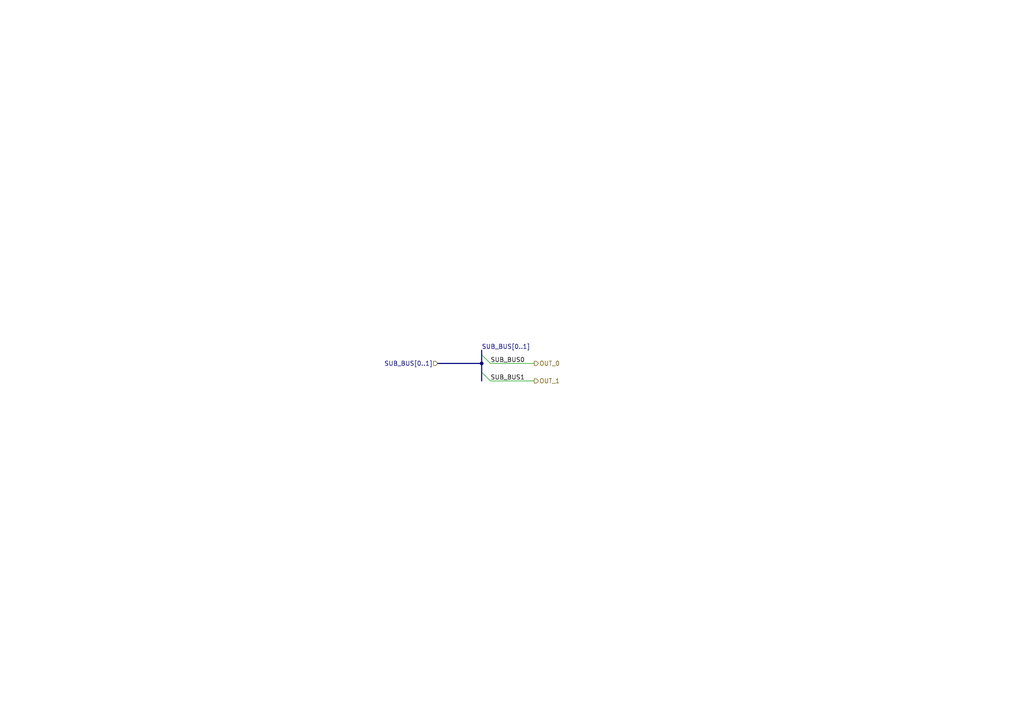
<source format=kicad_sch>
(kicad_sch
	(version 20231120)
	(generator "eeschema")
	(generator_version "8.0")
	(uuid "b2559754-c13c-4608-bb3c-4b4cb7a53679")
	(paper "A4")
	(lib_symbols)
	(junction
		(at 139.7 105.41)
		(diameter 0)
		(color 0 0 0 0)
		(uuid "04460258-65e4-45b5-a5dc-25833a03c716")
	)
	(bus_entry
		(at 139.7 107.95)
		(size 2.54 2.54)
		(stroke
			(width 0)
			(type default)
		)
		(uuid "a8dbe36c-5960-4cbc-b212-9d320dd09621")
	)
	(bus_entry
		(at 139.7 102.87)
		(size 2.54 2.54)
		(stroke
			(width 0)
			(type default)
		)
		(uuid "d87e389e-30ac-4402-afbf-554a78431972")
	)
	(bus
		(pts
			(xy 139.7 102.87) (xy 139.7 105.41)
		)
		(stroke
			(width 0)
			(type default)
		)
		(uuid "03e27a45-5fda-4875-ac17-63ece7da60fd")
	)
	(bus
		(pts
			(xy 139.7 105.41) (xy 139.7 107.95)
		)
		(stroke
			(width 0)
			(type default)
		)
		(uuid "66ce02b6-e1fe-4dca-b92c-5afac989345b")
	)
	(bus
		(pts
			(xy 139.7 101.6) (xy 139.7 102.87)
		)
		(stroke
			(width 0)
			(type default)
		)
		(uuid "71f12c20-eefc-4541-abd4-a3e035962d51")
	)
	(bus
		(pts
			(xy 139.7 107.95) (xy 139.7 110.49)
		)
		(stroke
			(width 0)
			(type default)
		)
		(uuid "9d1929b1-6414-4122-ad48-fc8085dfa079")
	)
	(wire
		(pts
			(xy 142.24 110.49) (xy 154.94 110.49)
		)
		(stroke
			(width 0)
			(type default)
		)
		(uuid "a123ed93-4eb6-41c4-9ee4-5613b62945b8")
	)
	(wire
		(pts
			(xy 142.24 105.41) (xy 154.94 105.41)
		)
		(stroke
			(width 0)
			(type default)
		)
		(uuid "cff79864-f7bd-49d5-961a-d1e52f0f7085")
	)
	(bus
		(pts
			(xy 127 105.41) (xy 139.7 105.41)
		)
		(stroke
			(width 0)
			(type default)
		)
		(uuid "e54a14ef-ca12-4c43-83f4-b6321f353d23")
	)
	(label "SUB_BUS0"
		(at 142.24 105.41 0)
		(effects
			(font
				(size 1.27 1.27)
			)
			(justify left bottom)
		)
		(uuid "0d6cd68d-c260-49ae-ab49-0dc14da6556b")
	)
	(label "SUB_BUS1"
		(at 142.24 110.49 0)
		(effects
			(font
				(size 1.27 1.27)
			)
			(justify left bottom)
		)
		(uuid "0dc555b2-95b2-4870-9392-1039c7ccfafb")
	)
	(label "SUB_BUS[0..1]"
		(at 139.7 101.6 0)
		(fields_autoplaced yes)
		(effects
			(font
				(size 1.27 1.27)
			)
			(justify left bottom)
		)
		(uuid "76459a3d-6ee4-44fc-b8ae-db0bb88ba243")
	)
	(hierarchical_label "OUT_0"
		(shape output)
		(at 154.94 105.41 0)
		(fields_autoplaced yes)
		(effects
			(font
				(size 1.27 1.27)
			)
			(justify left)
		)
		(uuid "1e74f22e-12b6-4aff-a864-9ba5b52ddb78")
	)
	(hierarchical_label "SUB_BUS[0..1]"
		(shape input)
		(at 127 105.41 180)
		(fields_autoplaced yes)
		(effects
			(font
				(size 1.27 1.27)
			)
			(justify right)
		)
		(uuid "2d8656bd-762c-4c71-a9ce-a9aae95652bf")
	)
	(hierarchical_label "OUT_1"
		(shape output)
		(at 154.94 110.49 0)
		(fields_autoplaced yes)
		(effects
			(font
				(size 1.27 1.27)
			)
			(justify left)
		)
		(uuid "4b623e0d-0140-47a0-b30b-c072a18787c3")
	)
)

</source>
